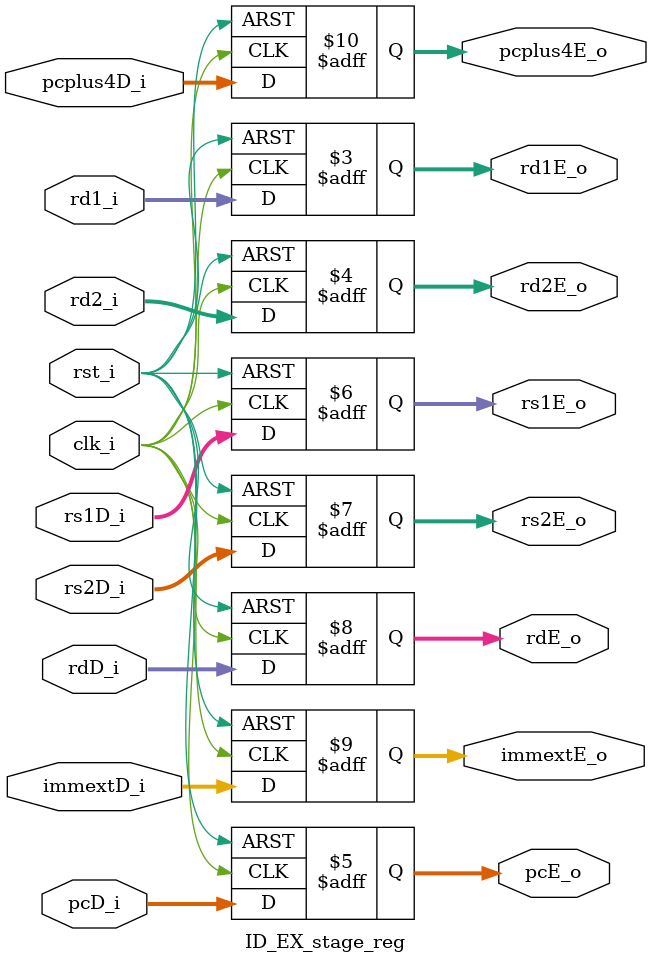
<source format=sv>
`timescale 1ns / 1ps

module ID_EX_stage_reg(

    input  logic         clk_i,
    input  logic         rst_i,
    
    input   logic [31:0] rd1_i,
    input   logic [31:0] rd2_i,
    input   logic [31:0] pcD_i,
    input   logic [4:0]  rs1D_i,
    input   logic [4:0]  rs2D_i,
    input   logic [4:0]  rdD_i,
    input   logic [31:0] immextD_i,
    input   logic [31:0] pcplus4D_i,
    
    output  logic [31:0] rd1E_o,
    output  logic [31:0] rd2E_o,
    output  logic [31:0] pcE_o,
    output  logic [4:0]  rs1E_o,
    output  logic [4:0]  rs2E_o,
    output  logic [4:0]  rdE_o,
    output  logic [31:0] immextE_o,
    output  logic [31:0] pcplus4E_o
    );
    
    always_ff @(posedge clk_i, negedge rst_i) begin
        if (!rst_i)begin
        
            rd1E_o     <= '0;
            rd2E_o     <= '0;
            pcE_o      <= '0;
            rs1E_o     <= '0;
            rs2E_o     <= '0;
            rdE_o      <= '0;
            immextE_o  <= '0;
            pcplus4E_o <= '0;
            
            end
            
        else begin
        
            rd1E_o     <= rd1_i;
            rd2E_o     <= rd2_i;
            pcE_o      <= pcD_i;
            rs1E_o     <= rs1D_i;
            rs2E_o     <= rs2D_i;
            rdE_o      <= rdD_i;
            immextE_o  <= immextD_i;
            pcplus4E_o <= pcplus4D_i;
            
            end
        
    end
endmodule

</source>
